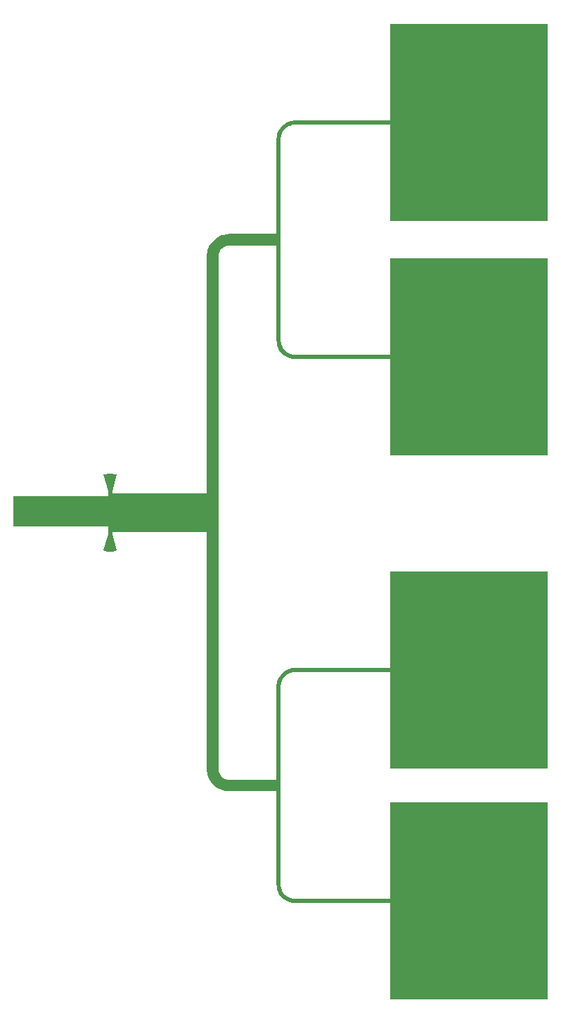
<source format=gbr>
G04 AWR Design Environment 17.01 *
G04 RS274-X Output Version 0.1 *
%FSLAX36Y36*%
%MOMM*%
%ADD10C,.010*%

%LPD*%
G36*
X51048266Y38388200D02*
G01*
X51049200D01*
Y100038200D01*
X51068950Y100263943D01*
X51127600Y100482826D01*
X51223367Y100688200D01*
X51353342Y100873824D01*
X51513576Y101034058D01*
X51699200Y101164033D01*
X51904574Y101259800D01*
X52123457Y101318450D01*
X52349200Y101338200D01*
X58049200D01*
Y89938200D01*
X58050965D01*
X58060299Y89736317D01*
X58089012Y89530485D01*
X58136593Y89328179D01*
X58202638Y89131127D01*
X58286584Y88941010D01*
X58387712Y88759449D01*
X58505162Y88587993D01*
X58637931Y88428106D01*
X58784886Y88281151D01*
X58944773Y88148382D01*
X59116229Y88030932D01*
X59297790Y87929804D01*
X59487907Y87845858D01*
X59684959Y87779813D01*
X59887265Y87732232D01*
X60093097Y87703519D01*
X60300701Y87693921D01*
X71700701D01*
Y76082121D01*
X90699901D01*
Y99805721D01*
X71700701D01*
Y88193921D01*
X60300701D01*
X60139231Y88201386D01*
X59979139Y88223718D01*
X59821791Y88260726D01*
X59668528Y88312095D01*
X59520659Y88377385D01*
X59379445Y88456041D01*
X59246090Y88547391D01*
X59121734Y88650655D01*
X59007435Y88764954D01*
X58904171Y88889310D01*
X58812821Y89022665D01*
X58734165Y89163879D01*
X58668875Y89311748D01*
X58617506Y89465011D01*
X58580498Y89622359D01*
X58558166Y89782451D01*
X58550701Y89943921D01*
X58549200D01*
Y114138200D01*
X58556665Y114299670D01*
X58578997Y114459762D01*
X58616005Y114617110D01*
X58667374Y114770373D01*
X58732664Y114918242D01*
X58811320Y115059456D01*
X58902670Y115192811D01*
X59005934Y115317167D01*
X59120233Y115431466D01*
X59244589Y115534730D01*
X59377944Y115626080D01*
X59519158Y115704736D01*
X59667027Y115770026D01*
X59820290Y115821395D01*
X59977638Y115858403D01*
X60137730Y115880735D01*
X60299200Y115888200D01*
X71699200D01*
Y104276400D01*
X90698400D01*
Y128000000D01*
X71699200D01*
Y116388200D01*
X60299200D01*
X60091596Y116378602D01*
X59885764Y116349889D01*
X59683458Y116302308D01*
X59486406Y116236263D01*
X59296289Y116152317D01*
X59114728Y116051189D01*
X58943272Y115933739D01*
X58783385Y115800970D01*
X58636430Y115654015D01*
X58503661Y115494128D01*
X58386211Y115322672D01*
X58285083Y115141111D01*
X58201137Y114950994D01*
X58135092Y114753942D01*
X58087511Y114551636D01*
X58058798Y114345804D01*
X58049200Y114138200D01*
Y102738200D01*
X52349200D01*
X52113879Y102727926D01*
X51880350Y102697181D01*
X51650389Y102646200D01*
X51425746Y102575370D01*
X51208131Y102485231D01*
X50999200Y102376469D01*
X50800544Y102249911D01*
X50613673Y102106520D01*
X50440012Y101947388D01*
X50280880Y101773727D01*
X50137489Y101586856D01*
X50010931Y101388200D01*
X49902169Y101179269D01*
X49812030Y100961654D01*
X49741200Y100737011D01*
X49690219Y100507050D01*
X49659474Y100273521D01*
X49649200Y100038200D01*
Y71538200D01*
X38249200D01*
Y71788200D01*
X38785266Y73788826D01*
X38526591Y73846173D01*
X38263903Y73880756D01*
X37999200Y73892313D01*
X37734497Y73880756D01*
X37471809Y73846173D01*
X37213134Y73788826D01*
X37749200Y71788200D01*
Y71225498D01*
X26349200D01*
Y67525498D01*
X37749200D01*
Y66638200D01*
X37213134Y64637574D01*
X37471809Y64580227D01*
X37734497Y64545644D01*
X37999200Y64534087D01*
X38263903Y64545644D01*
X38526591Y64580227D01*
X38785266Y64637574D01*
X38249200Y66638200D01*
Y66888200D01*
X49649200D01*
Y38389792D01*
X49648127D01*
X49658401Y38154471D01*
X49689146Y37920942D01*
X49740127Y37690981D01*
X49810957Y37466338D01*
X49901096Y37248723D01*
X50009858Y37039792D01*
X50136416Y36841136D01*
X50279807Y36654265D01*
X50438939Y36480604D01*
X50612600Y36321472D01*
X50799471Y36178081D01*
X50998127Y36051523D01*
X51207058Y35942761D01*
X51424673Y35852622D01*
X51649316Y35781792D01*
X51879277Y35730811D01*
X52112806Y35700066D01*
X52348127Y35689792D01*
X58048127D01*
Y24489792D01*
X58057725Y24282188D01*
X58086438Y24076356D01*
X58134019Y23874050D01*
X58200064Y23676998D01*
X58284010Y23486881D01*
X58385138Y23305320D01*
X58502588Y23133864D01*
X58635357Y22973977D01*
X58782312Y22827022D01*
X58942199Y22694253D01*
X59113655Y22576803D01*
X59295216Y22475675D01*
X59485333Y22391729D01*
X59682385Y22325684D01*
X59884691Y22278103D01*
X60090523Y22249390D01*
X60298127Y22239792D01*
X71698127D01*
Y10627992D01*
X90697327D01*
Y34351592D01*
X71698127D01*
Y22739792D01*
X60298127D01*
X60136657Y22747257D01*
X59976565Y22769589D01*
X59819217Y22806597D01*
X59665954Y22857966D01*
X59518085Y22923256D01*
X59376871Y23001912D01*
X59243516Y23093262D01*
X59119160Y23196526D01*
X59004861Y23310825D01*
X58901597Y23435181D01*
X58810247Y23568536D01*
X58731591Y23709750D01*
X58666301Y23857619D01*
X58614932Y24010882D01*
X58577924Y24168230D01*
X58555592Y24328322D01*
X58548127Y24489792D01*
Y36889792D01*
X58541125D01*
Y48282113D01*
X58548590Y48443583D01*
X58570922Y48603675D01*
X58607930Y48761023D01*
X58659299Y48914286D01*
X58724589Y49062155D01*
X58803245Y49203369D01*
X58894595Y49336724D01*
X58997859Y49461080D01*
X59112158Y49575379D01*
X59236514Y49678643D01*
X59369869Y49769993D01*
X59511083Y49848649D01*
X59658952Y49913939D01*
X59812215Y49965308D01*
X59969563Y50002316D01*
X60129655Y50024648D01*
X60291125Y50032113D01*
X71691125D01*
Y38420313D01*
X90690325D01*
Y62143913D01*
X71691125D01*
Y50532113D01*
X60291125D01*
X60083521Y50522515D01*
X59877689Y50493802D01*
X59675383Y50446221D01*
X59478331Y50380176D01*
X59288214Y50296230D01*
X59106653Y50195102D01*
X58935197Y50077652D01*
X58775310Y49944883D01*
X58628355Y49797928D01*
X58495586Y49638041D01*
X58378136Y49466585D01*
X58277008Y49285024D01*
X58193062Y49094907D01*
X58127017Y48897855D01*
X58079436Y48695549D01*
X58050723Y48489717D01*
X58041125Y48282113D01*
Y37089792D01*
X52348127D01*
X52122384Y37109542D01*
X51903501Y37168192D01*
X51698127Y37263959D01*
X51512503Y37393934D01*
X51352269Y37554168D01*
X51222294Y37739792D01*
X51126527Y37945166D01*
X51067877Y38164049D01*
X51048266Y38388200D01*
G37*
G04 End of Data *
M02*

</source>
